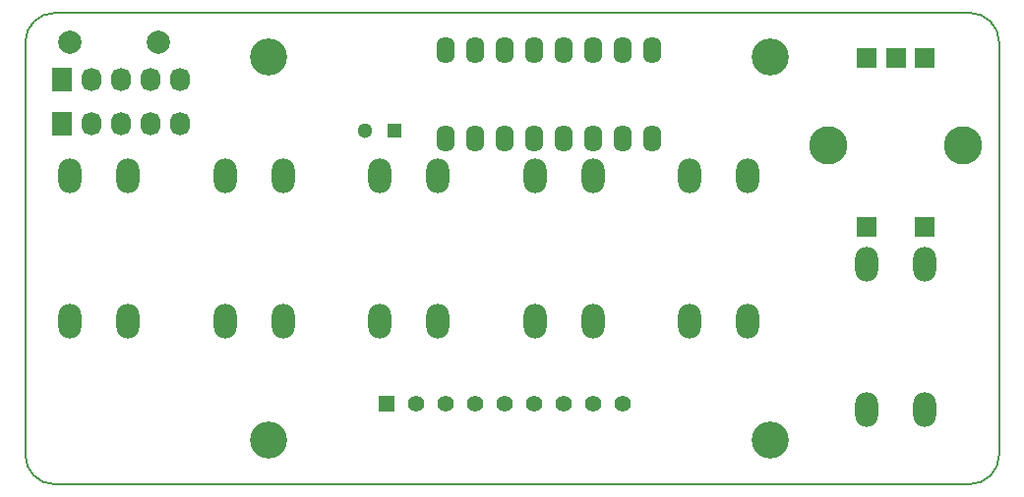
<source format=gts>
G04 #@! TF.FileFunction,Soldermask,Top*
%FSLAX46Y46*%
G04 Gerber Fmt 4.6, Leading zero omitted, Abs format (unit mm)*
G04 Created by KiCad (PCBNEW 4.0.2-4+6225~38~ubuntu14.04.1-stable) date jeu. 24 mars 2016 21:10:25 CET*
%MOMM*%
G01*
G04 APERTURE LIST*
%ADD10C,0.150000*%
%ADD11O,1.600000X2.300000*%
%ADD12R,1.727200X2.032000*%
%ADD13O,1.727200X2.032000*%
%ADD14R,1.750060X1.750060*%
%ADD15C,3.299460*%
%ADD16O,1.998980X2.999740*%
%ADD17R,1.300000X1.300000*%
%ADD18C,1.300000*%
%ADD19R,1.397000X1.397000*%
%ADD20C,1.397000*%
%ADD21C,1.998980*%
%ADD22C,3.200000*%
G04 APERTURE END LIST*
D10*
X168910000Y-88900000D02*
G75*
G03X166370000Y-86360000I-2540000J0D01*
G01*
X166370000Y-127000000D02*
G75*
G03X168910000Y-124460000I0J2540000D01*
G01*
X85090000Y-124460000D02*
G75*
G03X87630000Y-127000000I2540000J0D01*
G01*
X87630000Y-86360000D02*
G75*
G03X85090000Y-88900000I0J-2540000D01*
G01*
X85090000Y-124460000D02*
X85090000Y-88900000D01*
X166370000Y-127000000D02*
X87630000Y-127000000D01*
X168910000Y-88900000D02*
X168910000Y-124460000D01*
X87630000Y-86360000D02*
X166370000Y-86360000D01*
D11*
X121285000Y-89535000D03*
X123825000Y-89535000D03*
X126365000Y-89535000D03*
X128905000Y-89535000D03*
X131445000Y-89535000D03*
X133985000Y-89535000D03*
X136525000Y-89535000D03*
X139065000Y-89535000D03*
X139065000Y-97155000D03*
X136525000Y-97155000D03*
X133985000Y-97155000D03*
X131445000Y-97155000D03*
X128905000Y-97155000D03*
X126365000Y-97155000D03*
X123825000Y-97155000D03*
X121285000Y-97155000D03*
D12*
X88265000Y-95885000D03*
D13*
X90805000Y-95885000D03*
X93345000Y-95885000D03*
X95885000Y-95885000D03*
X98425000Y-95885000D03*
D12*
X88265000Y-92075000D03*
D13*
X90805000Y-92075000D03*
X93345000Y-92075000D03*
X95885000Y-92075000D03*
X98425000Y-92075000D03*
D14*
X157520640Y-90289380D03*
X160020000Y-90233500D03*
X162519360Y-90289380D03*
D15*
X154221180Y-97790000D03*
X165818820Y-97790000D03*
D14*
X157520640Y-104790240D03*
X162519360Y-104790240D03*
D16*
X93939360Y-100429060D03*
X93939360Y-112930940D03*
X88940640Y-112930940D03*
X88940640Y-100429060D03*
X107274360Y-100429060D03*
X107274360Y-112930940D03*
X102275640Y-112930940D03*
X102275640Y-100429060D03*
X120609360Y-100429060D03*
X120609360Y-112930940D03*
X115610640Y-112930940D03*
X115610640Y-100429060D03*
X133944360Y-100429060D03*
X133944360Y-112930940D03*
X128945640Y-112930940D03*
X128945640Y-100429060D03*
X147279360Y-100429060D03*
X147279360Y-112930940D03*
X142280640Y-112930940D03*
X142280640Y-100429060D03*
X157520640Y-120550940D03*
X157520640Y-108049060D03*
X162519360Y-108049060D03*
X162519360Y-120550940D03*
D17*
X116840000Y-96520000D03*
D18*
X114340000Y-96520000D03*
D19*
X116205000Y-120015000D03*
D20*
X118745000Y-120015000D03*
X121285000Y-120015000D03*
X123825000Y-120015000D03*
X126365000Y-120015000D03*
X128905000Y-120015000D03*
X131445000Y-120015000D03*
X133985000Y-120015000D03*
X136525000Y-120015000D03*
D21*
X96520000Y-88900000D03*
X88900000Y-88900000D03*
D22*
X106045000Y-90170000D03*
X106045000Y-123190000D03*
X149225000Y-90170000D03*
X149225000Y-123190000D03*
M02*

</source>
